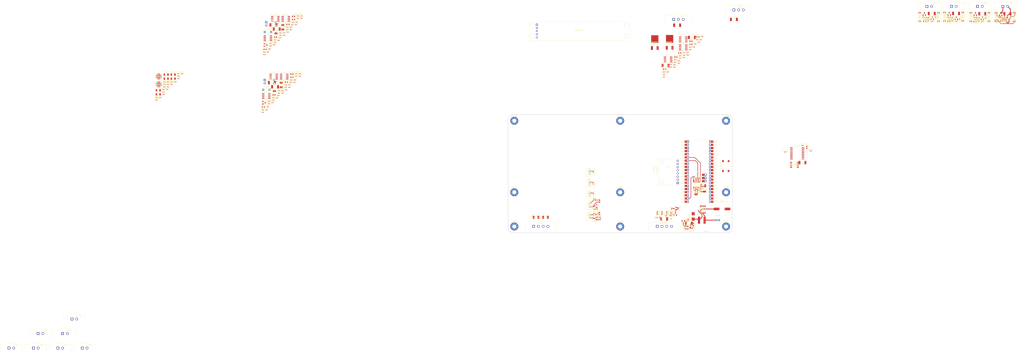
<source format=kicad_pcb>
(kicad_pcb (version 20211014) (generator pcbnew)
  (layers (0 "F.Cu" signal "Front") (31 "B.Cu" signal "Back") (34 "B.Paste" user) (35 "F.Paste" user) (36 "B.SilkS" user "B.Silkscreen") (37 "F.SilkS" user "F.Silkscreen") (38 "B.Mask" user) (39 "F.Mask" user) (44 "Edge.Cuts" user))
  (net 0 "")
  (net 1 "/SNS2/SNSX")
  (net 2 "Net-(C201-Pad2)")
  (net 3 "GND")
  (net 4 "Net-(C202-Pad2)")
  (net 5 "Net-(C203-Pad2)")
  (net 6 "Net-(C204-Pad2)")
  (net 7 "Net-(C205-Pad1)")
  (net 8 "Net-(C205-Pad2)")
  (net 9 "/SNS2/RST")
  (net 10 "Net-(C207-Pad1)")
  (net 11 "Net-(C207-Pad2)")
  (net 12 "/SNS01/SNSX")
  (net 13 "Net-(C301-Pad2)")
  (net 14 "Net-(C302-Pad2)")
  (net 15 "Net-(C303-Pad2)")
  (net 16 "Net-(C304-Pad2)")
  (net 17 "Net-(C305-Pad1)")
  (net 18 "Net-(C305-Pad2)")
  (net 19 "/SNS01/RST")
  (net 20 "Net-(C307-Pad1)")
  (net 21 "Net-(C307-Pad2)")
  (net 22 "Net-(C401-Pad2)")
  (net 23 "Net-(C402-Pad2)")
  (net 24 "Net-(C403-Pad2)")
  (net 25 "Net-(C404-Pad2)")
  (net 26 "Net-(C405-Pad1)")
  (net 27 "Net-(C406-Pad1)")
  (net 28 "Net-(C407-Pad2)")
  (net 29 "Net-(C408-Pad2)")
  (net 30 "Net-(C409-Pad2)")
  (net 31 "Net-(C410-Pad2)")
  (net 32 "5V0")
  (net 33 "/555 Coil/CO")
  (net 34 "/555 Coil/C1")
  (net 35 "P0-0")
  (net 36 "Net-(C601-Pad1)")
  (net 37 "Net-(C601-Pad2)")
  (net 38 "3V3")
  (net 39 "Net-(C603-Pad1)")
  (net 40 "Net-(C603-Pad2)")
  (net 41 "Net-(C604-Pad1)")
  (net 42 "Net-(C604-Pad2)")
  (net 43 "Net-(C605-Pad1)")
  (net 44 "Net-(C605-Pad2)")
  (net 45 "Net-(C607-Pad1)")
  (net 46 "Net-(C607-Pad2)")
  (net 47 "Net-(C608-Pad1)")
  (net 48 "Net-(C608-Pad2)")
  (net 49 "3V3_PI")
  (net 50 "P0-1")
  (net 51 "Net-(D201-Pad1)")
  (net 52 "Net-(D201-Pad2)")
  (net 53 "Net-(D202-Pad1)")
  (net 54 "Net-(D301-Pad1)")
  (net 55 "Net-(D301-Pad2)")
  (net 56 "Net-(D302-Pad1)")
  (net 57 "Net-(D403-Pad2)")
  (net 58 "Net-(D404-Pad2)")
  (net 59 "Net-(D501-Pad1)")
  (net 60 "/Switched outputs/Switched 01/SWITCHED NEG")
  (net 61 "/Switched outputs/Switched 01/SWITCHED POS")
  (net 62 "/Switched outputs/Switched 2/SWITCHED NEG")
  (net 63 "Net-(D901-Pad2)")
  (net 64 "/Switched outputs/Switched 2/SWITCHED POS")
  (net 65 "/Switched outputs/Switched 3/SWITCHED NEG")
  (net 66 "Net-(D1001-Pad2)")
  (net 67 "/Switched outputs/Switched 3/SWITCHED POS")
  (net 68 "/Switched outputs/Switched 4/SWITCHED NEG")
  (net 69 "/Switched outputs/Switched 4/SWITCHED POS")
  (net 70 "Net-(D1301-Pad2)")
  (net 71 "P0-2")
  (net 72 "Net-(D1601-Pad2)")
  (net 74 "/Current Sensor 01/SCL")
  (net 75 "/Current Sensor 01/SDA")
  (net 88 "/Current Sensor 01/420MA_N01A+")
  (net 89 "/Current Sensor 01/420MA_N02A+")
  (net 90 "/Current Sensor 01/420MA_N03B-")
  (net 91 "/Current Sensor 01/420MA_N04B-")
  (net 92 "/Current Sensor 01/420MA_N05B-")
  (net 93 "/Current Sensor 01/420MA_N06B-")
  (net 94 "/Current Sensor 01/420MA_N03A+")
  (net 95 "/Current Sensor 01/420MA_N04A+")
  (net 96 "/Current Sensor 01/420MA_N05A+")
  (net 97 "/Current Sensor 01/420MA_N06A+")
  (net 98 "Net-(JP201-Pad2)")
  (net 99 "Net-(JP202-Pad1)")
  (net 100 "Net-(JP203-Pad1)")
  (net 101 "Net-(JP301-Pad2)")
  (net 102 "Net-(JP302-Pad1)")
  (net 103 "Net-(JP303-Pad1)")
  (net 104 "RS485_B")
  (net 105 "Net-(Q201-Pad1)")
  (net 106 "Net-(Q301-Pad1)")
  (net 107 "Net-(Q901-Pad1)")
  (net 108 "Net-(Q902-Pad1)")
  (net 109 "Net-(Q1001-Pad1)")
  (net 110 "Net-(Q1002-Pad1)")
  (net 111 "/MCU/GP28")
  (net 112 "/GP06")
  (net 113 "Net-(R201-Pad2)")
  (net 114 "Net-(R203-Pad1)")
  (net 115 "Net-(R206-Pad1)")
  (net 116 "Net-(R207-Pad2)")
  (net 117 "Net-(R208-Pad1)")
  (net 118 "Net-(R213-Pad2)")
  (net 119 "Net-(R214-Pad2)")
  (net 120 "/SNS2/BUF")
  (net 121 "Net-(R218-Pad2)")
  (net 122 "Net-(R222-Pad2)")
  (net 123 "Net-(R224-Pad2)")
  (net 124 "Net-(R226-Pad2)")
  (net 125 "/Current Sensor 01/420MA_N01B-")
  (net 126 "/GP07")
  (net 127 "Net-(R301-Pad2)")
  (net 128 "Net-(R303-Pad1)")
  (net 129 "Net-(R306-Pad1)")
  (net 130 "Net-(R307-Pad2)")
  (net 131 "Net-(R308-Pad1)")
  (net 132 "Net-(R313-Pad2)")
  (net 133 "Net-(R314-Pad2)")
  (net 134 "/SNS01/BUF")
  (net 135 "Net-(R318-Pad2)")
  (net 136 "Net-(R322-Pad2)")
  (net 137 "Net-(R324-Pad2)")
  (net 138 "Net-(R326-Pad2)")
  (net 139 "/Current Sensor 01/420MA_N02B-")
  (net 140 "PO-2")
  (net 141 "Net-(R408-Pad2)")
  (net 142 "Net-(R409-Pad2)")
  (net 143 "Net-(R410-Pad1)")
  (net 144 "Net-(R411-Pad1)")
  (net 145 "/MCU/Ex_P4")
  (net 146 "/MCU/Ex_P0")
  (net 147 "/MCU/Ex_P5")
  (net 148 "Net-(R902-Pad2)")
  (net 149 "/MCU/Ex_P1")
  (net 150 "Net-(R906-Pad1)")
  (net 151 "/MCU/Ex_P6")
  (net 152 "Net-(R1002-Pad2)")
  (net 153 "/MCU/Ex_P2")
  (net 154 "Net-(R1006-Pad1)")
  (net 155 "/MCU/Ex_P7")
  (net 156 "/MCU/Ex_P3")
  (net 157 "/MCU/GP26")
  (net 158 "/MCU/GP27")
  (net 159 "/MCU/GP04")
  (net 160 "/MCU/GP14")
  (net 161 "/MCU/GP05")
  (net 162 "RS485_A")
  (net 163 "/MCU/GP15")
  (net 164 "/MCU/PICORUN")
  (net 165 "Net-(D801-Pad2)")
  (net 166 "Net-(D1101-Pad2)")
  (net 167 "Net-(D1301-Pad1)")
  (net 168 "Net-(D1302-Pad1)")
  (net 169 "Net-(D1302-Pad2)")
  (net 170 "Net-(D1501-Pad2)")
  (net 171 "Net-(D1502-Pad2)")
  (net 172 "Net-(D1604-Pad2)")
  (net 173 "Net-(D1605-Pad2)")
  (net 178 "Net-(JP1402-Pad2)")
  (net 183 "SPI1_TX")
  (net 184 "SPI1_CSN")
  (net 185 "SPI1_SCK")
  (net 186 "Net-(Q801-Pad1)")
  (net 187 "Net-(Q802-Pad1)")
  (net 188 "Net-(Q1101-Pad1)")
  (net 189 "Net-(Q1102-Pad1)")
  (net 190 "Net-(Q1301-Pad1)")
  (net 191 "Net-(Q1302-Pad1)")
  (net 192 "Net-(Q1501-Pad1)")
  (net 193 "Net-(Q1501-Pad3)")
  (net 194 "Net-(Q1502-Pad1)")
  (net 195 "Net-(Q1503-Pad1)")
  (net 196 "Net-(Q1503-Pad3)")
  (net 197 "Net-(R802-Pad2)")
  (net 198 "Net-(R806-Pad1)")
  (net 199 "Net-(R1102-Pad2)")
  (net 200 "Net-(R1106-Pad1)")
  (net 201 "Net-(R1401-Pad2)")
  (net 202 "Net-(R1402-Pad1)")
  (net 203 "Net-(JP1401-Pad1)")
  (net 204 "Net-(JP1403-Pad1)")
  (net 205 "Net-(R1506-Pad2)")
  (net 225 "Net-(J1301-Pad1)")
  (net 226 "Net-(J1302-Pad1)")
  (net 227 "Net-(J1303-Pad1)")
  (net 228 "Net-(J1304-Pad1)")
  (net 229 "Net-(J1305-Pad1)")
  (net 230 "Net-(R801-Pad2)")
  (net 231 "Net-(R901-Pad2)")
  (net 232 "Net-(R1001-Pad2)")
  (net 233 "Net-(R1101-Pad2)")
  (net 238 "Net-(R412-Pad1)")
  (net 239 "Net-(R413-Pad1)")
  (footprint "Footprints:MountingHole_3.2mm_M3_Pad_Via" (layer "F.Cu") (at 57.24 -73.9)
    (fp_text reference "H1204")
    (fp_text value "MountingHole_Pad")
  )
  (footprint "Footprints:SOIC-16W_7.5x10.3mm_P1.27mm" (layer "F.Cu") (at 284.33 -105.14)
    (fp_text reference "U1401")
    (fp_text value "PCF8574")
  )
  (footprint "PCB_Library:15EDGVM-3.81-02P-14-00A(H)" (layer "F.Cu") (at -297.75 27.915)
    (fp_text reference "J110")
    (fp_text value "TBP02R1W-381-02BE")
  )
  (footprint "Footprints:R_0402_1005Metric" (layer "F.Cu") (at 427.505 -212.705 180)
    (fp_text reference "R1007")
    (fp_text value "1.5k")
  )
  (footprint "Diode_SMD:D_MELF" (layer "F.Cu") (at 392.31 -217.57 180)
    (fp_text reference "D802")
    (fp_text value "SM4007")
  )
  (footprint "Footprints:C_0402_1005Metric" (layer "F.Cu") (at 185.75 -176.37)
    (fp_text reference "C411")
    (fp_text value "100nf")
  )
  (footprint "Package_TO_SOT_SMD:SOT-23" (layer "F.Cu") (at 122.2 -52.835 180)
    (fp_text reference "Q1301")
    (fp_text value "MMBT5551L")
  )
  (footprint "Footprints:R_0402_1005Metric" (layer "F.Cu") (at -120.49 -210.57)
    (fp_text reference "R222")
    (fp_text value "100k")
  )
  (footprint "Footprints:SolderJumper-2_P1.3mm_Open_RoundedPad1.0x1.5mm" (layer "F.Cu") (at -129.85 -158.39)
    (fp_text reference "JP302")
    (fp_text value "SolderJumper_2_Open")
  )
  (footprint "Package_TO_SOT_SMD:SOT-23" (layer "F.Cu") (at 186.49 -56.5 90)
    (fp_text reference "Q1503")
    (fp_text value "MMBT5551L")
  )
  (footprint "Footprints:R_01005_0402Metric" (layer "F.Cu") (at -133.52 -162.89)
    (fp_text reference "R326")
    (fp_text value "22k")
  )
  (footprint "Footprints:LED_0603_1608Metric" (layer "F.Cu") (at 125.7 -66.835 90)
    (fp_text reference "D1302")
    (fp_text value "LED RED")
  )
  (footprint "Footprints:SOIC-8_3.9x4.9mm_P1.27mm" (layer "F.Cu") (at -140.55 -197.74)
    (fp_text reference "U202")
    (fp_text value "MCP6002-xSN")
  )
  (footprint "Footprints:C_0402_1005Metric" (layer "F.Cu") (at -133.26 -149.66)
    (fp_text reference "C301")
    (fp_text value "1nf")
  )
  (footprint "Footprints:C_0402_1005Metric" (layer "F.Cu") (at -226.99 -150)
    (fp_text reference "C605")
    (fp_text value "100nf")
  )
  (footprint "Footprints:R_0402_1005Metric" (layer "F.Cu") (at -124.94 -206.63)
    (fp_text reference "R225")
    (fp_text value "22k")
  )
  (footprint "Footprints:R_0402_1005Metric" (layer "F.Cu") (at 205.595 -85.212 -90)
    (fp_text reference "R1405")
    (fp_text value "10k")
  )
  (footprint "Footprints:R_0402_1005Metric" (layer "F.Cu") (at -114.85 -167.18)
    (fp_text reference "R306")
    (fp_text value "10k")
  )
  (footprint "PCB_Library:RPi_Pico_SMD_TH" (layer "F.Cu") (at 205.5 -90.5)
    (fp_text reference "U1402")
    (fp_text value "Pico")
  )
  (footprint "Footprints:C_0402_1005Metric" (layer "F.Cu") (at -229.9 -148.01)
    (fp_text reference "C606")
    (fp_text value "100nf")
  )
  (footprint "Footprints:R_0402_1005Metric" (layer "F.Cu") (at -127.51 -200.05)
    (fp_text reference "R202")
    (fp_text value "10k")
  )
  (footprint "Footprints:C_Elec_10x10.2" (layer "F.Cu") (at 224 -60.5)
    (fp_text reference "C501")
    (fp_text value "470uF")
  )
  (footprint "Footprints:R_0603_1608Metric" (layer "F.Cu") (at 386.535 -211.33)
    (fp_text reference "R801")
    (fp_text value "150R")
  )
  (footprint "Footprints:C_0402_1005Metric" (layer "F.Cu") (at 193.29 -182.16)
    (fp_text reference "C410")
    (fp_text value "10nf")
  )
  (footprint "Footprints:R_0402_1005Metric" (layer "F.Cu") (at -220.63 -162.59)
    (fp_text reference "R604")
    (fp_text value "10R")
  )
  (footprint "Footprints:SOIC-8_3.9x4.9mm_P1.27mm" (layer "F.Cu") (at -135.9 -166.94)
    (fp_text reference "U303")
    (fp_text value "LM358")
  )
  (footprint "Footprints:R_0603_1608Metric" (layer "F.Cu") (at 199.05 -192.83)
    (fp_text reference "R409")
    (fp_text value "43k")
  )
  (footprint "Footprints:R_0402_1005Metric" (layer "F.Cu") (at -224.27 -154.58)
    (fp_text reference "R611")
    (fp_text value "10R")
  )
  (footprint "Package_TO_SOT_SMD:SOT-23" (layer "F.Cu") (at 452.93 -213.28 90)
    (fp_text reference "Q1102")
    (fp_text value "AO3401A")
  )
  (footprint "Footprints:C_0402_1005Metric" (layer "F.Cu") (at 206.87 -196.53)
    (fp_text reference "C414")
    (fp_text value "1nf")
  )
  (footprint "Footprints:R_0402_1005Metric" (layer "F.Cu") (at -223.54 -160.6)
    (fp_text reference "R603")
    (fp_text value "10R")
  )
  (footprint "Footprints:LED_0603_1608Metric" (layer "F.Cu") (at 429.345 -214.255 180)
    (fp_text reference "D1001")
    (fp_text value "LED RED")
  )
  (footprint "Footprints:R_0402_1005Metric" (layer "F.Cu") (at -134.87 -196.38)
    (fp_text reference "R209")
    (fp_text value "10k")
  )
  (footprint "Diode_SMD:D_MELF" (layer "F.Cu") (at -133.465 -205.11)
    (fp_text reference "D202")
    (fp_text value "SM4007")
  )
  (footprint "Diode_SMD:D_MELF" (layer "F.Cu") (at 411.86 -217.69 180)
    (fp_text reference "D902")
    (fp_text value "SM4007")
  )
  (footprint "Footprints:R_0402_1005Metric" (layer "F.Cu") (at 190.4 -181.63)
    (fp_text reference "R412")
    (fp_text value "2.4k")
  )
  (footprint "Footprints:SolderJumper-2_P1.3mm_Open_RoundedPad1.0x1.5mm" (layer "F.Cu") (at 203.095 -72.212)
    (fp_text reference "JP1402")
    (fp_text value "SolderJumper_2_Open")
  )
  (footprint "Footprints:D_SMB" (layer "F.Cu") (at 200.85 -54.5 90)
    (fp_text reference "D501")
    (fp_text value "D_Schottky")
  )
  (footprint "Footprints:MountingHole_3.2mm_M3_Pad_Via" (layer "F.Cu") (at 57.24 -131.4)
    (fp_text reference "H1201")
    (fp_text value "MountingHole_Pad")
  )
  (footprint "Footprints:R_0402_1005Metric" (layer "F.Cu") (at 179 -55)
    (fp_text reference "R1601")
    (fp_text value "22k")
  )
  (footprint "Footprints:C_Rect_L7.0mm_W2.0mm_P5.00mm" (layer "F.Cu") (at -143 -202.74)
    (fp_text reference "C206")
    (fp_text value "220nf")
  )
  (footprint "Diode_SMD:D_MELF" (layer "F.Cu") (at 177.5 -52.5 180)
    (fp_text reference "D1602")
    (fp_text value "SM4007")
  )
  (footprint "Footprints:R_0402_1005Metric" (layer "F.Cu") (at -113.57 -215.59)
    (fp_text reference "R201")
    (fp_text value "200R")
  )
  (footprint "Footprints:LED_0603_1608Metric" (layer "F.Cu") (at 449.51 -214.19 180)
    (fp_text reference "D1101")
    (fp_text value "LED RED")
  )
  (footprint "Package_TO_SOT_SMD:SOT-23" (layer "F.Cu") (at 197.41125 -45.4125)
    (fp_text reference "Q1502")
    (fp_text value "AO3401A")
  )
  (footprint "Footprints:R_0402_1005Metric" (layer "F.Cu") (at 429.845 -212.745)
    (fp_text reference "R1003")
    (fp_text value "10k")
  )
  (footprint "Footprints:R_0402_1005Metric" (layer "F.Cu") (at -130.42 -200.05)
    (fp_text reference "R212")
    (fp_text value "200R")
  )
  (footprint "PCB_Library:15EDGVM-3.81-02P-14-00A(H)" (layer "F.Cu") (at 408.095 -223.415)
    (fp_text reference "J701")
    (fp_text value "TBP02R1W-381-02BE")
  )
  (footprint "Diode_SMD:D_MELF" (layer "F.Cu") (at 199.805 -198.35)
    (fp_text reference "D402")
    (fp_text value "SM4007")
  )
  (footprint "Footprints:C_0402_1005Metric" (layer "F.Cu") (at 205 -59 -90)
    (fp_text reference "C502")
    (fp_text value "1uf")
  )
  (footprint "Footprints:C_0402_1005Metric" (layer "F.Cu") (at 201.39 -190.59)
    (fp_text reference "C409")
    (fp_text value "100nf")
  )
  (footprint "Footprints:R_0402_1005Metric" (layer "F.Cu") (at 186.35 -178.35)
    (fp_text reference "R417")
    (fp_text value "200R")
  )
  (footprint "Footprints:R_0402_1005Metric" (layer "F.Cu") (at 295.24 -107.16)
    (fp_text reference "R1401")
    (fp_text value "10k")
  )
  (footprint "Footprints:C_0402_1005Metric" (layer "F.Cu") (at 196.43 -186.14)
    (fp_text reference "C404")
    (fp_text value "10nf")
  )
  (footprint "Footprints:R_0402_1005Metric" (layer "F.Cu") (at 450.03 -212.76)
    (fp_text reference "R1103")
    (fp_text value "10k")
  )
  (footprint "Footprints:R_0402_1005Metric" (layer "F.Cu") (at 123.2 -60.335 180)
    (fp_text reference "R1308")
    (fp_text value "2.4k")
  )
  (footprint "Footprints:R_0402_1005Metric" (layer "F.Cu") (at -223.54 -162.59)
    (fp_text reference "R617")
    (fp_text value "10R")
  )
  (footprint "Footprints:R_0402_1005Metric" (layer "F.Cu") (at -139.71 -147.1)
    (fp_text reference "R316")
    (fp_text value "1M")
  )
  (footprint "Footprints:R_0402_1005Metric" (layer "F.Cu") (at -117.58 -210.57)
    (fp_text reference "R228")
    (fp_text value "47R")
  )
  (footprint "Footprints:SOIC127P599X175-8N" (layer "F.Cu") (at 180.665 -180.6975)
    (fp_text reference "U402")
    (fp_text value "NE555DR")
  )
  (footprint "Footprints:MountingHole_3.2mm_M3_Pad_Via" (layer "F.Cu") (at 142.24 -131.4)
    (fp_text reference "H1202")
    (fp_text value "MountingHole_Pad")
  )
  (footprint "Footprints:R_0402_1005Metric" (layer "F.Cu") (at -135.52 -192.4)
    (fp_text reference "R223")
    (fp_text value "100k")
  )
  (footprint "PCB_Library:15EDGVM-3.81-02P-14-00A(H)" (layer "F.Cu") (at -324.93 39.635)
    (fp_text reference "J107")
    (fp_text value "TBP02R1W-381-02BE")
  )
  (footprint "Footprints:R_0402_1005Metric" (layer "F.Cu") (at 446.86 -214.43 180)
    (fp_text reference "R1102")
    (fp_text value "2.4k")
  )
  (footprint "Footprints:SOIC-8_3.9x4.9mm_P1.27mm" (layer "F.Cu") (at -141.83 -151.32)
    (fp_text reference "U302")
    (fp_text value "MCP6002-xSN")
  )
  (footprint "Footprints:R_0402_1005Metric" (layer "F.Cu") (at 455.39 -214.65 -90)
    (fp_text reference "R1106")
    (fp_text value "10k")
  )
  (footprint "Diode_SMD:D_MELF" (layer "F.Cu") (at 197.41125 -48.9125)
    (fp_text reference "D1501")
    (fp_text value "SM4007")
  )
  (footprint "Diode_SMD:D_MELF" (layer "F.Cu") (at -137.365 -162.04)
    (fp_text reference "D301")
    (fp_text value "SM4007")
  )
  (footprint "PCB_Library:15EDGVM-3.81-02P-14-00A(H)" (layer "F.Cu") (at 388.425 -223.335)
    (fp_text reference "J702")
    (fp_text value "TBP02R1W-381-02BE")
  )
  (footprint "Package_TO_SOT_SMD:SOT-23" (layer "F.Cu") (at -143.61 -145.87)
    (fp_text reference "Q301")
    (fp_text value "AO3401A")
  )
  (footprint "Footprints:R_0402_1005Metric" (layer "F.Cu") (at 429.905 -211.515 180)
    (fp_text reference "R1005")
    (fp_text value "10k")
  )
  (footprint "Package_DIP:DIP-4_W7.62mm" (layer "F.Cu") (at -143.09 -164.13)
    (fp_text reference "U301")
    (fp_text value "PC817")
  )
  (footprint "Footprints:R_1206_3216Metric" (layer "F.Cu") (at -228.53 -155.92)
    (fp_text reference "R618")
    (fp_text value "20R")
  )
  (footprint "Footprints:R_0402_1005Metric" (layer "F.Cu") (at -128.79 -153.63)
    (fp_text reference "R302")
    (fp_text value "10k")
  )
  (footprint "Footprints:R_0402_1005Metric" (layer "F.Cu") (at 435.545 -214.045 -90)
    (fp_text reference "R1006")
    (fp_text value "10k")
  )
  (footprint "Footprints:C_0603_1608Metric" (layer "F.Cu") (at -135.6 -152.21)
    (fp_text reference "C307")
    (fp_text value "470pf")
  )
  (footprint "Footprints:R_0603_1608Metric" (layer "F.Cu") (at -142.77 -188.81)
    (fp_text reference "R227")
    (fp_text value "100R")
  )
  (footprint "Footprints:R_0402_1005Metric" (layer "F.Cu") (at 120.7 -90.335 -90)
    (fp_text reference "R1310")
    (fp_text value "2.4k")
  )
  (footprint "PCB_Library:SOIC127P600X175-8N" (layer "F.Cu") (at 282.125 -95.94)
    (fp_text reference "IC1401")
    (fp_text value "MB85RC64VPNF-G-JNERE1" hide)
  )
  (footprint "Footprints:L_6.0x6.0_4.5" (layer "F.Cu") (at 207.85 -51.5)
    (fp_text reference "L501")
    (fp_text value "68uH")
  )
  (footprint "Footprints:R_0402_1005Metric" (layer "F.Cu") (at -130.86 -198.06)
    (fp_text reference "R205")
    (fp_text value "10k")
  )
  (footprint "Footprints:R_0402_1005Metric" (layer "F.Cu") (at 389.41 -212.9)
    (fp_text reference "R803")
    (fp_text value "10k")
  )
  (footprint "Footprints:R_0402_1005Metric" (layer "F.Cu") (at 387.27 -212.89 180)
    (fp_text reference "R807")
    (fp_text value "1.5k")
  )
  (footprint "PCB_Library:EL3H7BTA-VG" (layer "F.Cu") (at 443.9525 -214.71 90)
    (fp_text reference "U1101")
    (fp_text value "EL3H7BTA-VG")
  )
  (footprint "Footprints:C_0402_1005Metric" (layer "F.Cu") (at -214.83 -162.6)
    (fp_text reference "C601")
    (fp_text value "100nf")
  )
  (footprint "PCB_Library:15EDGVM-3.81-02P-14-00A(H)" (layer "F.Cu") (at -309.13 51.335)
    (fp_text reference "J103")
    (fp_text value "TBP02R1W-381-02BE")
  )
  (footprint "Footprints:LED_0603_1608Metric" (layer "F.Cu") (at 200.91125 -48.2 -90)
    (fp_text reference "D1502")
    (fp_text value "LED RED")
  )
  (footprint "Footprints:R_0402_1005Metric" (layer "F.Cu") (at 125.69 -53.835)
    (fp_text reference "R1301")
    (fp_text value "10k")
  )
  (footprint "Footprints:C_0603_1608Metric" (layer "F.Cu") (at -119.94 -215.33)
    (fp_text reference "C205")
    (fp_text value "470pf")
  )
  (footprint "PCB_Library:15EDGVM-3.81-03P-14-00A(H)" (layer "F.Cu") (at 233.47 -220.495)
    (fp_text reference "J105")
    (fp_text value "TBP02R1W-381-03BE")
  )
  (footprint "Footprints:R_0402_1005Metric" (layer "F.Cu") (at -128.79 -155.62)
    (fp_text reference "R324")
    (fp_text value "10k")
  )
  (footprint "PCB_Library:EL3H7BTA-VG" (layer "F.Cu") (at 402.5725 -215.0661 90)
    (fp_text reference "U901")
    (fp_text value "EL3H7BTA-VG")
  )
  (footprint "Jumper:SolderJumper-2_P1.3mm_Bridged_RoundedPad1.0x1.5mm" (layer "F.Cu") (at 210 -74.5)
    (fp_text reference "JP1403")
    (fp_text value "SolderJumper_2_Bridged")
  )
  (footprint "Footprints:R_0402_1005Metric" (layer "F.Cu") (at -143.32 -184.57)
    (fp_text reference "R217")
    (fp_text value "6.8k")
  )
  (footprint "Footprints:R_0603_1608Metric" (layer "F.Cu") (at -124.39 -208.88)
    (fp_text reference "R220")
    (fp_text value "150R")
  )
  (footprint "Footprints:R_0402_1005Metric" (layer "F.Cu") (at 206.095 -75.712)
    (fp_text reference "R1406")
    (fp_text value "22k")
  )
  (footprint "Footprints:R_0402_1005Metric" (layer "F.Cu") (at -139.71 -145.11)
    (fp_text reference "R308")
    (fp_text value "1.2k")
  )
  (footprint "Footprints:C_Radial_D5.0mm_H11.0mm_P2.00mm" (layer "F.Cu") (at 219.5 -51.5)
    (fp_text reference "C503")
    (fp_text value "180uF")
  )
  (footprint "Footprints:R_0402_1005Metric" (layer "F.Cu") (at 395.31 -214.8 -90)
    (fp_text reference "R806")
    (fp_text value "10k")
  )
  (footprint "Footprints:C_0402_1005Metric" (layer "F.Cu") (at 189.24 -177.68)
    (fp_text reference "C406")
    (fp_text value "10nf")
  )
  (footprint "Footprints:SOIC-8_3.9x4.9mm_P1.27mm" (layer "F.Cu") (at -126.17 -213.36)
    (fp_text reference "U204")
    (fp_text value "MCP6002-xSN")
  )
  (footprint "Footprints:C_Rect_L7.0mm_W2.0mm_P5.00mm" (layer "F.Cu") (at -144.28 -156.32)
    (fp_text reference "C306")
    (fp_text value "220nf")
  )
  (footprint "PCB_Library:SHDR2W50P0X200_1X2_590X450X600P" (layer "F.Cu") (at 117.7 -81.96 90)
    (fp_text reference "J1303")
    (fp_text value "B2B-PH-K-S_LF__SN_" hide)
  )
  (footprint "Footprints:R_0402_1005Metric" (layer "F.Cu") (at 200.41125 -45.4125 -90)
    (fp_text reference "R1505")
    (fp_text value "10k")
  )
  (footprint "Footprints:C_0402_1005Metric" (layer "F.Cu") (at -221.38 -156.63)
    (fp_text reference "C603")
    (fp_text value "100nf")
  )
  (footprint "Footprints:R_0402_1005Metric" (layer "F.Cu") (at 120.7 -67.845 -90)
    (fp_text reference "R1311")
    (fp_text value "2.4k")
  )
  (footprint "Footprints:SOIC127P600X175-8N" (layer "F.Cu") (at 208.5 -60 90)
    (fp_text reference "IC501")
    (fp_text value "XL1509-5.0E1" hide)
  )
  (footprint "PCB_Library:NJVMJD122T4GVF01" (layer "F.Cu") (at 170.005 -195.4175)
    (fp_text reference "Q402")
    (fp_text value "NJVMJD122T4G-VF01" hide)
  )
  (footprint "Footprints:R_0402_1005Metric" (layer "F.Cu") (at -217.72 -160.6)
    (fp_text reference "R607")
    (fp_text value "10R")
  )
  (footprint "Diode_SMD:D_MELF" (layer "F.Cu") (at 178.685 -175.8)
    (fp_text reference "D401")
    (fp_text value "SM4007")
  )
  (footprint "PCB_Library:15EDGVM-3.81-02P-14-00A(H)" (layer "F.Cu") (at -348.33 51.305)
    (fp_text reference "J101")
    (fp_text value "TBP02R1W-381-02BE")
  )
  (footprint "Footprints:R_0402_1005Metric" (layer "F.Cu") (at 202.51 -193.09)
    (fp_text reference "R407")
    (fp_text value "470k")
  )
  (footprint "Footprints:R_1206_3216Metric" (layer "F.Cu") (at -228.53 -152.63)
    (fp_text reference "R601")
    (fp_text value "20R")
  )
  (footprint "PCB_Library:SHDR2W50P0X200_1X2_590X450X600P" (layer "F.Cu") (at 117.75 -90.835 90)
    (fp_text reference "J1304")
    (fp_text value "B2B-PH-K-S_LF__SN_" hide)
  )
  (footprint "Footprints:R_0402_1005Metric" (layer "F.Cu") (at 120.7 -56.335 -90)
    (fp_text reference "R1305")
    (fp_text value "2.4k")
  )
  (footprint "Footprints:R_0402_1005Metric" (layer "F.Cu") (at -141.69 -140.14)
    (fp_text reference "R318")
    (fp_text value "22k")
  )
  (footprint "Footprints:R_0402_1005Metric" (layer "F.Cu") (at 408.87 -212.96)
    (fp_text reference "R903")
    (fp_text value "10k")
  )
  (footprint "Footprints:R_0402_1005Metric" (layer "F.Cu") (at 452.93 -210.63)
    (fp_text reference "R1104")
    (fp_text value "2.4k")
  )
  (footprint "Footprints:SolderJumper-2_P1.3mm_Open_RoundedPad1.0x1.5mm" (layer "F.Cu") (at -128.57 -204.81)
    (fp_text reference "JP202")
    (fp_text value "SolderJumper_2_Open")
  )
  (footprint "Footprints:R_0402_1005Metric" (layer "F.Cu") (at -131.7 -153.63)
    (fp_text reference "R312")
    (fp_text value "200R")
  )
  (footprint "Footprints:R_0402_1005Metric" (layer "F.Cu") (at 207 -74.5 180)
    (fp_text reference "R1409")
    (fp_text value "10k")
  )
  (footprint "Footprints:SOT-23" (layer "F.Cu") (at 447.64 -217.04 90)
    (fp_text reference "Q1101")
    (fp_text value "AO3400A")
  )
  (footprint "Footprints:R_0402_1005Metric" (layer "F.Cu") (at 121.2 -60.335)
    (fp_text reference "R1307")
    (fp_text value "10k")
  )
  (footprint "Footprints:R_0402_1005Metric" (layer "F.Cu") (at -136.15 -149.96)
    (fp_text reference "R309")
    (fp_text value "10k")
  )
  (footprint "PCB_Library:GY-521" (layer "F.Cu") (at 189.66175 -79.61575 90)
    (fp_text reference "MOD1401")
    (fp_text value "GY-521")
    (fp_circle (center 2.54 -13.97) (end 4.039997 -13.97) (layer "Edge.Cuts") (width 0.12) (fill none))
    (fp_circle (center 18.796 -13.97) (end 20.295997 -13.97) (layer "Edge.Cuts") (width 0.12) (fill none))
  )
  (footprint "Footprints:R_0603_1608Metric" (layer "F.Cu") (at 204.53 -198.77)
    (fp_text reference "R405")
    (fp_text value "43k")
  )
  (footprint "Footprints:R_0402_1005Metric" (layer "F.Cu") (at -220.63 -160.6)
    (fp_text reference "R608")
    (fp_text value "10R")
  )
  (footprint "Footprints:R_0402_1005Metric" (layer "F.Cu") (at -136.8 -145.98)
    (fp_text reference "R323")
    (fp_text value "100k")
  )
  (footprint "Footprints:R_0402_1005Metric" (layer "F.Cu") (at -224.27 -156.57)
    (fp_text reference "R602")
    (fp_text value "10R")
  )
  (footprint "Footprints:C_0402_1005Metric" (layer "F.Cu") (at 205.4 -194.54)
    (fp_text reference "C412")
    (fp_text value "100nf")
  )
  (footprint "Footprints:R_0402_1005Metric" (layer "F.Cu") (at 125.69 -51.835)
    (fp_text reference "R1303")
    (fp_text value "2.4k")
  )
  (footprint "Footprints:R_0402_1005Metric" (layer "F.Cu") (at -120.93 -208.58)
    (fp_text reference "R210")
    (fp_text value "10k")
  )
  (footprint "Footprints:R_0402_1005Metric" (layer "F.Cu") (at 198.5 -190.58)
    (fp_text reference "R402")
    (fp_text value "4.7k")
  )
  (footprint "Footprints:R_0402_1005Metric" (layer "F.Cu") (at 405.59 -214.7 180)
    (fp_text reference "R902")
    (fp_text value "2.4k")
  )
  (footprint "Footprints:R_0402_1005Metric" (layer "F.Cu") (at -122.21 -162.16)
    (fp_text reference "R310")
    (fp_text value "10k")
  )
  (footprint "Footprints:R_0603_1608Metric" (layer "F.Cu") (at 446.73 -211.4 180)
    (fp_text reference "R1101")
    (fp_text value "150R")
  )
  (footprint "Footprints:R_0402_1005Metric" (layer "F.Cu") (at 120.7 -72.835 -90)
    (fp_text reference "R1302")
    (fp_text value "2.4k")
  )
  (footprint "Footprints:R_0402_1005Metric" (layer "F.Cu") (at -217.72 -162.59)
    (fp_text reference "R616")
    (fp_text value "10R")
  )
  (footprint "Footprints:R_0603_1608Metric" (layer "F.Cu") (at -144.05 -142.39)
    (fp_text reference "R327")
    (fp_text value "100R")
  )
  (footprint "Footprints:R_0603_1608Metric" (layer "F.Cu") (at -125.67 -162.46)
    (fp_text reference "R320")
    (fp_text value "150R")
  )
  (footprint "Footprints:C_0402_1005Metric" (layer "F.Cu") (at 288.5 -111.5)
    (fp_text reference "C1401")
    (fp_text value "100nF")
  )
  (footprint "Footprints:SolderJumper-2_P1.3mm_Open_RoundedPad1.0x1.5mm" (layer "F.Cu") (at 80.405 -53.825 90)
    (fp_text reference "JP103")
    (fp_text value "SolderJumper_2_Open")
  )
  (footprint "PCB_Library:SHDR2W50P0X200_1X2_590X450X600P" (layer "F.Cu") (at 117.75 -55.335 90)
    (fp_text reference "J1302")
    (fp_text value "B2B-PH-K-S_LF__SN_" hide)
  )
  (footprint "Footprints:R_0402_1005Metric" (layer "F.Cu") (at 274.74 -106.3)
    (fp_text reference "R1402")
    (fp_text value "2.4k")
  )
  (footprint "Footprints:R_0402_1005Metric" (layer "F.Cu") (at -116.48 -215.59)
    (fp_text reference "R207")
    (fp_text value "10k")
  )
  (footprint "Footprints:SolderJumper-2_P1.3mm_Open_RoundedPad1.0x1.5mm" (layer "F.Cu") (at -134.05 -201.66)
    (fp_text reference "JP201")
    (fp_text value "SolderJumper_2_Open")
  )
  (footprint "Footprints:SOIC127P599X175-8N" (layer "F.Cu") (at 192.815 -190.3475)
    (fp_text reference "U401")
    (fp_text value "NE555DR")
  )
  (footprint "Footprints:R_0402_1005Metric" (layer "F.Cu") (at -138.43 -193.52)
    (fp_text reference "R216")
    (fp_text value "1M")
  )
  (footprint "PCB_Library:15EDGVM-3.81-02P-14-00A(H)" (layer "F.Cu") (at -305.33 39.635)
    (fp_text reference "J102")
    (fp_text value "TBP02R1W-381-02BE")
  )
  (footprint "Footprints:R_1206_3216Metric" (layer "F.Cu") (at -222.19 -165.23)
    (fp_text reference "R605")
    (fp_text value "20R")
  )
  (footprint "Footprints:SolderJumper-2_P1.3mm_Open_RoundedPad1.0x1.5mm" (layer "F.Cu") (at 76.595 -53.825 90)
    (fp_text reference "JP102")
    (fp_text value "SolderJumper_2_Open")
  )
  (footprint "Package_TO_SOT_SMD:SOT-23" (layer "F.Cu") (at -142.33 -192.29)
    (fp_text reference "Q201")
    (fp_text value "AO3401A")
  )
  (footprint "Footprints:R_0402_1005Metric" (layer "F.Cu") (at -118.86 -164.15)
    (fp_text reference "R328")
    (fp_text value "47R")
  )
  (footprint "Footprints:SOT-23" (layer "F.Cu") (at 427.375 -217.155 90)
    (fp_text reference "Q1001")
    (fp_text value "AO3400A")
  )
  (footprint "PCB_Library:EL3H7BTA-VG" (layer "F.Cu") (at 438.2125 -214.7989 -90)
    (fp_text reference "U1002")
    (fp_text value "EL3H7BTA-VG")
  )
  (footprint "Footprints:R_0402_1005Metric" (layer "F.Cu") (at -138.43 -191.53)
    (fp_text reference "R208")
    (fp_text value "1.2k")
  )
  (footprint "Footprints:R_0402_1005Metric" (layer "F.Cu") (at -131.7 -155.62)
    (fp_text reference "R304")
    (fp_text value "220k")
  )
  (footprint "Footprints:C_0402_1005Metric" (layer "F.Cu") (at -125.9 -156.22)
    (fp_text reference "C302")
    (fp_text value "1nf")
  )
  (footprint "Package_TO_SOT_SMD:SOT-23" (layer "F.Cu") (at 412.12 -213.78 90)
    (fp_text reference "Q902")
    (fp_text value "AO3401A")
  )
  (footprint "Footprints:R_0402_1005Metric" (layer "F.Cu") (at 202.095 -75.712)
    (fp_text reference "R1407")
    (fp_text value "22k")
  )
  (footprint "Footprints:R_0402_1005Metric" (layer "F.Cu") (at 203.595 -85.212 -90)
    (fp_text reference "R1404")
    (fp_text value "10k")
  )
  (footprint "Footprints:C_0603_1608Metric" (layer "F.Cu") (at 292 -110 -90)
    (fp_text reference "C1403")
    (fp_text value "10uf")
  )
  (footprint "Footprints:R_0402_1005Metric" (layer "F.Cu") (at 171.5 -53.5)
    (fp_text reference "R1603")
    (fp_text value "22k")
  )
  (footprint "Footprints:LED_0603_1608Metric" (layer "F.Cu") (at 408.2875 -214.44 180)
    (fp_text reference "D901")
    (fp_text value "LED RED")
  )
  (footprint "Footprints:SOIC-8_3.9x4.9mm_P1.27mm" (layer "F.Cu") (at -134.62 -213.36)
    (fp_text reference "U203")
    (fp_text value "LM358")
  )
  (footprint "Footprints:C_0402_1005Metric" (layer "F.Cu") (at 207.97 -199.04)
    (fp_text reference "C401")
    (fp_text value "100nf")
  )
  (footprint "Footprints:R_0402_1005Metric" (layer "F.Cu") (at 182.49 -55)
    (fp_text reference "R1506")
    (fp_text value "22k")
  )
  (footprint "Footprints:MountingHole_3.2mm_M3_Pad_Via" (layer "F.Cu") (at 142.24 -73.9)
    (fp_text reference "H1205")
    (fp_text value "MountingHole_Pad")
  )
  (footprint "Footprints:R_0402_1005Metric" (layer "F.Cu") (at 389.4 -211.66 180)
    (fp_text reference "R805")
    (fp_text value "10k")
  )
  (footprint "Footprints:C_0402_1005Metric" (layer "F.Cu") (at 196.43 -184.17)
    (fp_text reference "C402")
    (fp_text value "10nf")
  )
  (footprint "Footprints:R_0402_1005Metric" (layer "F.Cu") (at -139.31 -189.07)
    (fp_text reference "R221")
    (fp_text value "10k")
  )
  (footprint "Diode_SMD:D_MELF" (layer "F.Cu") (at 453.1 -217.37 180)
    (fp_text reference "D1102")
    (fp_text value "SM4007")
  )
  (footprint "Footprints:R_0402_1005Metric" (layer "F.Cu") (at 120.7 -80.835 -90)
    (fp_text reference "R1306")
    (fp_text value "1.2k")
  )
  (footprint "Footprints:R_0402_1005Metric" (layer "F.Cu") (at -121.77 -164.15)
    (fp_text reference "R322")
    (fp_text value "100k")
  )
  (footprint "Package_DIP:DIP-4_W7.62mm" (layer "F.Cu") (at -141.81 -210.55)
    (fp_text reference "U201")
    (fp_text value "PC817")
  )
  (footprint "Footprints:C_0402_1005Metric" (layer "F.Cu") (at -224.29 -152.6)
    (fp_text reference "C602")
    (fp_text value "100nf")
  )
  (footprint "Footprints:R_0402_1005Metric" (layer "F.Cu") (at -229.88 -149.99)
    (fp_text reference "R606")
    (fp_text value "10R")
  )
  (footprint "Footprints:R_0402_1005Metric" (layer "F.Cu") (at -134.87 -194.39)
    (fp_text reference "R203")
    (fp_text value "10k")
  )
  (footprint "Footprints:LED_0603_1608Metric" (layer "F.Cu") (at 388.82 -214.39 180)
    (fp_text reference "D801")
    (fp_text value "LED RED")
  )
  (footprint "PCB_Library:EL3H7BTA-VG" (layer "F.Cu") (at 397.7575 -214.7539 -90)
    (fp_text reference "U802")
    (fp_text value "EL3H7BTA-VG")
  )
  (footprint "Footprints:R_0402_1005Metric" (layer "F.Cu") (at -126.22 -158.22)
    (fp_text reference "R313")
    (fp_text value "100k")
  )
  (footprint "Footprints:R_0402_1005Metric" (layer "F.Cu") (at 385.68 -214.64 180)
    (fp_text reference "R802")
    (fp_text value "2.4k")
  )
  (footprint "Footprints:R_0402_1005Metric" (layer "F.Cu") (at 201.095 -85.212 -90)
    (fp_text reference "R1403")
    (fp_text value "10k")
  )
  (footprint "Footprints:R_0402_1005Metric" (layer "F.Cu") (at 412.17 -211.1)
    (fp_text reference "R904")
    (fp_text value "2.4k")
  )
  (footprint "Footprints:SOT-23" (layer "F.Cu") (at 406.36 -217.37 90)
    (fp_text reference "Q901")
    (fp_text value "AO3400A")
  )
  (footprint "Footprints:R_0402_1005Metric" (layer "F.Cu") (at 448 -212.76 180)
    (fp_text reference "R1107")
    (fp_text value "1.5k")
  )
  (footprint "Footprints:R_0402_1005Metric" (layer "F.Cu") (at -144.6 -140.14)
    (fp_text reference "R315")
    (fp_text value "220k")
  )
  (footprint "Footprints:SOIC-8_3.9x4.9mm_P1.27mm" (layer "F.Cu") (at -127.45 -166.94)
    (fp_text reference "U304")
    (fp_text value "MCP6002-xSN")
  )
  (footprint "Footprints:C_0402_1005Metric" (layer "F.Cu") (at -131.98 -196.08)
    (fp_text reference "C201")
    (fp_text value "1nf")
  )
  (footprint "Footprints:C_0402_1005Metric" (layer "F.Cu") (at 185.75 -174.4)
    (fp_text reference "C405")
    (fp_text value "10nf")
  )
  (footprint "Diode_SMD:D_MELF" (layer "F.Cu") (at -134.745 -158.69)
    (fp_text reference "D302")
    (fp_text value "SM4007")
  )
  (footprint "Footprints:R_0402_1005Metric" (layer "F.Cu") (at -113.57 -213.6)
    (fp_text reference "R206")
    (fp_text value "10k")
  )
  (footprint "Footprints:MountingHole_3.2mm_M3_Pad_Via" (layer "F.Cu") (at 227.24 -131.4)
    (fp_text reference "H1203")
    (fp_text value "MountingHole_Pad")
  )
  (footprint "PCB_Library:NJVMJD122T4GVF01" (layer "F.Cu") (at 181.91 -195.61)
    (fp_text reference "Q401")
    (fp_text value "NJVMJD122T4G-VF01" hide)
  )
  (footprint "Footprints:SolderJumper-2_P1.3mm_Open_RoundedPad1.0x1.5mm" (layer "F.Cu") (at 72.785 -53.825 90)
    (fp_text reference "JP101")
    (fp_text value "SolderJumper_2_Open")
  )
  (footprint "Footprints:R_1206_3216Metric" (layer "F.Cu") (at -216.58 -168.52)
    (fp_text reference "R609")
    (fp_text value "20R")
  )
  (footprint "Footprints:LED_0603_1608Metric" (layer "F.Cu") (at 172 -57.2125 -90)
    (fp_text reference "D1605")
    (fp_text value "LED RED")
  )
  (footprint "Footprints:SOIC127P600X175-8N 2" (layer "F.Cu") (at 203.095 -80.212 -90)
    (fp_text reference "U1403")
    (fp_text value "MAX3485" hide)
  )
  (footprint "Footprints:C_0402_1005Metric" (layer "F.Cu") (at -123.33 -158.19)
    (fp_text reference "C304")
    (fp_text value "10nf")
  )
  (footprint "Footprints:SolderJumper-2_P1.3mm_Open_RoundedPad1.0x1.5mm" (layer "F.Cu") (at -135.33 -155.24)
    (fp_text reference "JP301")
    (fp_text value "SolderJumper_2_Open")
  )
  (footprint "Footprints:R_0603_1608Metric" (layer "F.Cu") (at 406.03 -211.45 180)
    (fp_text reference "R901")
    (fp_text value "150R")
  )
  (footprint "Diode_SMD:D_MELF" (layer "F.Cu") (at 288.5 -97.74)
    (fp_text reference "D1501")
    (fp_text value "SM4007")
  )
  (footprint "Footprints:R_01005_0402Metric" (layer "F.Cu") (at -132.24 -209.31)
    (fp_text reference "R226")
    (fp_text value "22k")
  )
  (footprint "Footprints:R_0402_1005Metric" (layer "F.Cu") (at 183.48 -56.5 180)
    (fp_text reference "R1508")
    (fp_text value "2.4k")
  )
  (footprint "Footprints:R_0402_1005Metric" (layer "F.Cu") (at 193.91125 -46.9125 180)
    (fp_text reference "R1504")
    (fp_text value "10k")
  )
  (footprint "Footprints:MountingHole_3.2mm_M3_Pad_Via" (layer "F.Cu") (at 142.24 -46.4)
    (fp_text reference "H1209")
    (fp_text value "MountingHole_Pad")
  )
  (footprint "Footprints:R_0402_1005Metric" (layer "F.Cu") (at -143.32 -186.56)
    (fp_text reference "R215")
    (fp_text value "220k")
  )
  (footprint "Package_TO_SOT_SMD:SOT-23" (layer "F.Cu") (at 122.2 -62.835 180)
    (fp_text reference "Q1302")
    (fp_text value "MMBT5551L")
  )
  (footprint "Footprints:R_0402_1005Metric" (layer "F.Cu") (at 194.41125 -44.9225 90)
    (fp_text reference "R1503")
    (fp_text value "2.4k")
  )
  (footprint "Footprints:R_0402_1005Metric" (layer "F.Cu") (at 122.2 -67.845 90)
    (fp_text reference "R1309")
    (fp_text value "10k")
  )
  (footprint "Diode_SMD:D_MELF" (layer "F.Cu") (at 233.47 -212.875008)
    (fp_text reference "D101")
    (fp_text value "SM4007")
  )
  (footprint "Footprints:R_0603_1608Metric" (layer "F.Cu") (at -121.22 -166.4)
    (fp_text reference "R311")
    (fp_text value "150R")
  )
  (footprint "Footprints:R_0402_1005Metric" (layer "F.Cu") (at -140.59 -142.65)
    (fp_text reference "R321")
    (fp_text value "10k")
  )
  (footprint "Footprints:SW_SPST_PTS645" (layer "F.Cu") (at 227 -95 90)
    (fp_text reference "SW1401")
    (fp_text value "SW_MEC_5E")
  )
  (footprint "PCB_Library:EL3H7BTA-VG" (layer "F.Cu") (at 458.45 -214.85 -90)
    (fp_text reference "U1102")
    (fp_text value "EL3H7BTA-VG")
  )
  (footprint "PCB_Library:EL3H7BTA-VG" (layer "F.Cu") (at 382.7 -214.86 90)
    (fp_text reference "U801")
    (fp_text value "EL3H7BTA-VG")
  )
  (footprint "PCB_Library:SHDR2W50P0X200_1X2_590X450X600P" (layer "F.Cu") (at 117.75 -73.085 90)
    (fp_text reference "J1301")
    (fp_text value "B2B-PH-K-S_LF__SN_" hide)
  )
  (footprint "PCB_Library:15EDGVM-3.81-02P-14-00A(H)" (layer "F.Cu") (at -289.53 51.335)
    (fp_text reference "J108")
    (fp_text value "TBP02R1W-381-02BE")
  )
  (footprint "Footprints:LED_0603_1608Metric" (layer "F.Cu") (at 125.7 -56.835 90)
    (fp_text reference "D1301")
    (fp_text value "LED RED")
  )
  (footprint "Footprints:R_0402_1005Metric" (layer "F.Cu") (at 122.2 -56.345 90)
    (fp_text reference "R1304")
    (fp_text value "10k")
  )
  (footprint "Footprints:R_0402_1005Metric" (layer "F.Cu") (at 177.38 -170.62)
    (fp_text reference "R413")
    (fp_text value "2.4k")
  )
  (footprint "Footprints:R_0402_1005Metric" (layer "F.Cu") (at -212.32 -169.17)
    (fp_text reference "R615")
    (fp_text value "10R")
  )
  (footprint "Jumper:SolderJumper-2_P1.3mm_Bridged_RoundedPad1.0x1.5mm" (layer "F.Cu") (at 210.5 -79.15 90)
    (fp_text reference "JP1401")
    (fp_text value "SolderJumper_2_Bridged")
  )
  (footprint "Footprints:R_0402_1005Metric" (layer "F.Cu") (at 408.85 -211.69 180)
    (fp_text reference "R905")
    (fp_text value "10k")
  )
  (footprint "Footprints:C_0402_1005Metric" (layer "F.Cu") (at -119.32 -162.17)
    (fp_text reference "C303")
    (fp_text value "10nf")
  )
  (footprint "Footprints:MountingHole_3.2mm_M3_Pad_Via" (layer "F.Cu") (at 227.24 -73.9)
    (fp_text reference "H1206")
    (fp_text value "MountingHole_Pad")
  )
  (footprint "Footprints:R_0402_1005Metric" (layer "F.Cu") (at 207.595 -78.712 180)
    (fp_text reference "R1408")
    (fp_text value "10k")
  )
  (footprint "Footprints:R_0402_1005Metric" (layer "F.Cu") (at -116.48 -213.6)
    (fp_text reference "R214")
    (fp_text value "220k")
  )
  (footprint "Diode_SMD:D_MELF" (layer "F.Cu") (at 187.95 -208.195008)
    (fp_text reference "D102")
    (fp_text value "SM4007")
  )
  (footprint "Footprints:C_0402_1005Metric" (layer "F.Cu") (at 189.24 -179.65)
    (fp_text reference "C403")
    (fp_text value "10nf")
  )
  (footprint "Footprints:C_0402_1005Metric" (layer "F.Cu") (at -118.04 -208.59)
    (fp_text reference "C203")
    (fp_text value "10nf")
  )
  (footprint "Footprints:R_0402_1005Metric" (layer "F.Cu") (at -140.41 -186.56)
    (fp_text reference "R218")
    (fp_text value "22k")
  )
  (footprint "Footprints:R_0402_1005Metric" (layer "F.Cu") (at -223.54 -158.61)
    (fp_text reference "R613")
    (fp_text value "10R")
  )
  (footprint "PCB_Library:SHDR2W50P0X200_1X2_590X450X600P" (layer "F.Cu") (at 117.75 -64.21 90)
    (fp_text reference "J1305")
    (fp_text value "B2B-PH-K-S_LF__SN_" hide)
  )
  (footprint "Footprints:R_0402_1005Metric" (layer "F.Cu") (at -126.22 -160.21)
    (fp_text reference "R325")
    (fp_text value "22k")
  )
  (footprint "Footprints:R_0402_1005Metric" (layer "F.Cu") (at 203.98 -196.52)
    (fp_text reference "R411")
    (fp_text value "10k")
  )
  (footprint "Footprints:R_0603_1608Metric" (layer "F.Cu") (at 177.93 -172.87)
    (fp_text reference "R408")
    (fp_text value "43k")
  )
  (footprint "Footprints:C_0402_1005Metric" (layer "F.Cu") (at 198.48 -188.6)
    (fp_text reference "C413")
    (fp_text value "1nf")
  )
  (footprint "Footprints:C_0603_1608Metric" (layer "F.Cu") (at -134.32 -198.63)
    (fp_text reference "C207")
    (fp_text value "470pf")
  )
  (footprint "Footprints:R_0402_1005Metric" (layer "F.Cu") (at 196.41125 -50.9125)
    (fp_text reference "R1502")
    (fp_text value "2.4k")
  )
  (footprint "Package_TO_SOT_SMD:SOT-23" (layer "F.Cu") (at 433.015 -213.665 90)
    (fp_text reference "Q1002")
    (fp_text value "AO3401A")
  )
  (footprint "Footprints:R_0402_1005Metric" (layer "F.Cu") (at -122.03 -206.59)
    (fp_text reference "R219")
    (fp_text value "10M")
  )
  (footprint "Footprints:LED_0603_1608Metric" (layer "F.Cu") (at 179.62 -57.2125 -90)
    (fp_text reference "D1601")
    (fp_text value "LED RED")
  )
  (footprint "PCB_Library:15EDGVM-3.81-02P-14-00A(H)" (layer "F.Cu") (at -328.73 51.335)
    (fp_text reference "J109")
    (fp_text value "TBP02R1W-381-02BE")
  )
  (footprint "Package_TO_SOT_SMD:SOT-23" (layer "F.Cu") (at 192.91125 -49.9125 -90)
    (fp_text reference "Q1501")
    (fp_text value "MMBT5551L")
  )
  (footprint "PCB_Library:15EDGVM-3.81-02P-14-00A(H)" (layer "F.Cu") (at 449.37 -223.34)
    (fp_text reference "J703")
    (fp_text value "TBP02R1W-381-02BE")
  )
  (footprint "Footprints:R_0402_1005Metric" (layer "F.Cu") (at -117.76 -167.18)
    (fp_text reference "R314")
    (fp_text value "220k")
  )
  (footprint "Footprints:SolderJumper-2_P1.3mm_Open_RoundedPad1.0x1.5mm" (layer "F.Cu") (at 84.215 -53.825 90)
    (fp_text reference "JP104")
    (fp_text value "SolderJumper_2_Open")
  )
  (footprint "Footprints:C_0402_1005Metric" (layer "F.Cu") (at 180.27 -170.63)
    (fp_text reference "C408")
    (fp_text value "10nf")
  )
  (footprint "Footprints:C_0402_1005Metric" (layer "F.Cu") (at -209.43 -169.18)
    (fp_text reference "C604")
    (fp_text value "100nf")
  )
  (footprint "Library:CUI_TBP02R1W-381-04GR-UPDATE" (layer "F.Cu") (at 72.785 -46.5)
    (fp_text reference "J106")
    (fp_text value "TBP02R1W-381-04BE")
  )
  (footprint "Footprints:R_0402_1005Metric" (layer "F.Cu") (at 392.72 -211.15)
    (fp_text reference "R804")
    (fp_text value "2.4k")
  )
  (footprint "Footprints:MountingHole_3.2mm_M3_Pad_Via" (layer "F.Cu") (at 57.24 -46.4)
    (fp_text reference "H1208")
    (fp_text value "MountingHole_Pad")
  )
  (footprint "Footprints:R_1206_3216Metric" (layer "F.Cu") (at -216.58 -165.23)
    (fp_text reference "R614")
    (fp_text value "20R")
  )
  (footprint "Footprints:QFN65P400X400X100-17N-D" (layer "F.Cu") (at -228.1355 -160.715)
    (fp_text reference "IC601")
    (fp_text value "INA3221AIRGVR" hide)
  )
  (footprint "Footprints:R_0402_1005Metric" (layer "F.Cu") (at 186.35 -180.34)
    (fp_text reference "R401")
    (fp_text value "220k")
  )
  (footprint "Footprints:R_0603_1608Metric" (layer "F.Cu") (at 426.985 -211.115 180)
    (fp_text reference "R1001")
    (fp_text value "150R")
  )
  (footprint "Footprints:R_0402_1005Metric" (layer "F.Cu") (at 182.86 -174.49)
    (fp_text reference "R403")
    (fp_text value "1.2k")
  )
  (footprint "Footprints:R_0402_1005Metric" (layer "F.Cu") (at 177.38 -168.63)
    (fp_text reference "R416")
    (fp_text value "200R")
  )
  (footprint "Diode_SMD:D_MELF" (layer "F.Cu") (at -136.085 -208.46)
    (fp_text reference "D201")
    (fp_text value "SM4007")
  )
  (footprint "Footprints:R_0402_1005Metric" (layer "F.Cu") (at 432.925 -211.065)
    (fp_text reference "R1004")
    (fp_text value "2.4k")
  )
  (footprint "Footprints:R_0402_1005Metric" (layer "F.Cu") (at 196.42125 -52.4125 180)
    (fp_text reference "R1501")
    (fp_text value "10k")
  )
  (footprint "Footprints:R_0402_1005Metric" (layer "F.Cu") (at -117.76 -169.17)
    (fp_text reference "R307")
    (fp_text value "10k")
  )
  (footprint "PCB_Library:EL3H7BTA-VG" (layer "F.Cu") (at 423.7075 -214.785 90)
    (fp_text reference "U1001")
    (fp_text value "EL3H7BTA-VG")
  )
  (footprint "Footprints:R_0402_1005Metric" (layer "F.Cu") (at -136.15 -147.97)
    (fp_text reference "R303")
    (fp_text value "10k")
  )
  (footprint "PCB_Library:15EDGVM-3.81-03P-14-00A(H)" (layer "F.Cu") (at 185.21 -212.875)
    (fp_text reference "J104")
    (fp_text value "TBP02R1W-381-03BE")
  )
  (footprint "Footprints:R_0402_1005Metric" (layer "F.Cu") (at 182.86 -176.48)
    (fp_text reference "R404")
    (fp_text value "4.7k")
  )
  (footprint "Footprints:SolderJumper-2_P1.3mm_Open_RoundedPad1.0x1.5mm" (layer "F.Cu") (at -128.57 -208.36)
    (fp_text reference "JP203")
    (fp_text value "SolderJumper_2_Open")
  )
  (footprint "Footprints:R_0402_1005Metric" (layer "F.Cu") (at 406.66 -212.99 180)
    (fp_text reference "R907")
    (fp_text value "1.5k")
  )
  (footprint "PCB_Library:15EDGVM-3.81-02P-14-00A(H)" (layer "F.Cu") (at 429.02 -223.34)
    (fp_text reference "J704")
    (fp_text value "TBP02R1W-381-02BE")
  )
  (footprint "Footprints:C_0603_1608Metric" (layer "F.Cu") (at -121.22 -168.91)
    (fp_text reference "C305")
    (fp_text value "470pf")
  )
  (footprint "Footprints:R_0402_1005Metric" (layer "F.Cu") (at 193.54 -184.14)
    (fp_text reference "R414")
    (fp_text value "10k")
  )
  (footprint "Diode_SMD:D_MELF" (layer "F.Cu") (at 432.895 -217.445 180)
    (fp_text reference "D1002")
    (fp_text value "SM4007")
  )
  (footprint "Footprints:C_0402_1005Metric" (layer "F.Cu") (at 177.36 -166.65)
    (fp_text reference "C407")
    (fp_text value "100nf")
  )
  (footprint "Package_TO_SOT_SMD:SOT-23" (layer "F.Cu") (at 186.31 -60.81 180)
    (fp_text reference "Q1504")
    (fp_text value "AO3401A")
  )
  (footprint "Footprints:C_0402_1005Metric" (layer "F.Cu") (at -122.05 -204.61)
    (fp_text reference "C204")
    (fp_text value "10nf")
  )
  (footprint "Footprints:R_0402_1005Metric" (layer "F.Cu") (at 193.54 -186.13)
    (fp_text reference "R415")
    (fp_text value "10k")
  )
  (footprint "Footprints:R_0402_1005Metric" (layer "F.Cu") (at -123.31 -160.17)
    (fp_text reference "R319")
    (fp_text value "10M")
  )
  (footprint "Footprints:R_0603_1608Metric" (layer "F.Cu") (at -119.94 -212.82)
    (fp_text reference "R211")
    (fp_text value "150R")
  )
  (footprint "Footprints:C_0402_1005Metric" (layer "F.Cu") (at -124.62 -202.64)
    (fp_text reference "C202")
    (fp_text value "1nf")
  )
  (footprint "Footprints:C_0402_1005Metric" (layer "F.Cu") (at 207.595 -80.212)
    (fp_text reference "C1402")
    (fp_text value "100nF")
  )
  (footprint "Footprints:R_0402_1005Metric" (layer "F.Cu") (at 426.615 -214.475 180)
    (fp_text reference "R1002")
    (fp_text value "2.4k")
  )
  (footprint "Footprints:R_0402_1005Metric" (layer "F.Cu") (at -124.94 -204.64)
    (fp_text reference "R213")
    (fp_text value "100k")
  )
  (footprint "Footprints:R_1206_3216Metric" (layer "F.Cu") (at -222.19 -168.52)
    (fp_text reference "R610")
    (fp_text value "20R")
  )
  (footprint "Footprints:SolderJumper-2_P1.3mm_Open_RoundedPad1.0x1.5mm" (layer "F.Cu") (at -129.85 -161.94)
    (fp_text reference "JP303")
    (fp_text value "SolderJumper_2_Open")
  )
  (footprint "Footprints:R_0402_1005Metric" (layer "F.Cu") (at 414.66 -213.22 -90)
    (fp_text reference "R906")
    (fp_text value "10k")
  )
  (footprint "Footprints:R_0402_1005Metric" (layer "F.Cu") (at 204.095 -75.212 -90)
    (fp_text reference "R1410")
    (fp_text value "120R")
  )
  (footprint "Footprints:R_0402_1005Metric" (layer "F.Cu") (at -127.51 -202.04)
    (fp_text reference "R224")
    (fp_text value "10k")
  )
  (footprint "Footprints:SOIC127P599X175-8N" (layer "F.Cu") (at 192.815 -196.7975)
    (fp_text reference "U403")
    (fp_text value "NE555DR")
  )
  (footprint "Footprints:R_0402_1005Metric" (layer "F.Cu") (at -144.6 -138.15)
    (fp_text reference "R317")
    (fp_text value "6.8k")
  )
  (footprint "PCB_Library:EL3H7BTA-VG" (layer "F.Cu") (at 417.23 -215.09 -90)
    (fp_text reference "U902")
    (fp_text value "EL3H7BTA-VG")
  )
  (footprint "Footprints:LED_0603_1608Metric" (layer "F.Cu") (at 199.09 -195.38)
    (fp_text reference "D404")
    (fp_text value "LED RED")
  )
  (footprint "PCB_Library:8DIG7SEDDISPLAY" (layer "F.Cu") (at 109 -203.5)
    (fp_text reference "MOD1402")
    (fp_text value "8DIG7SEGDISPLAY")
    (fp_circle (center -37.4904 -4.502074) (end -35.6489 -4.502074) (layer "Edge.Cuts") (width 0.12) (fill none))
    (fp_circle (center -37.5158 4.286326) (end -35.6743 4.286326) (layer "Edge.Cuts") (width 0.12) (fill none))
    (fp_circle (center 38.4556 -4.502074) (end 40.2971 -4.502074) (layer "Edge.Cuts") (width 0.12) (fill none))
    (fp_circle (center 38.4556 4.286326) (end 40.2971 4.286326) (layer "Edge.Cuts") (width 0.12) (fill none))
  )
  (footprint "Footprints:C_0402_1005Metric" (layer "F.Cu") (at -212.34 -167.19)
    (fp_text reference "C607")
    (fp_text value "100nf")
  )
  (footprint "Footprints:C_0402_1005Metric" (layer "F.Cu") (at -212.34 -165.22)
    (fp_text reference "C608")
    (fp_text value "100nf")
  )
  (footprint "Package_TO_SOT_SMD:SOT-23" (layer "F.Cu") (at 392.79 -213.78 90)
    (fp_text reference "Q802")
    (fp_text value "AO3401A")
  )
  (footprint "Footprints:LED_0603_1608Metric" (layer "F.Cu") (at 186.94 -182.63)
    (fp_text reference "D403")
    (fp_text value "LED RED")
  )
  (footprint "Footprints:C_0402_1005Metric" (layer "F.Cu") (at 207.595 -77.212 180)
    (fp_text reference "C1404")
    (fp_text value "10nf")
  )
  (footprint "Footprints:R_0402_1005Metric" (layer "F.Cu") (at 190.4 -183.62)
    (fp_text reference "R410")
    (fp_text value "10k")
  )
  (footprint "Library:CUI_TBP02R1W-381-04GR-UPDATE" (layer "F.Cu") (at 172 -46.5)
    (fp_text reference "J1601")
    (fp_text value "TBP02R1W-381-04BE")
  )
  (footprint "Footprints:R_0402_1005Metric" (layer "F.Cu") (at 183.49 -60.5 90)
    (fp_text reference "R1510")
    (fp_text value "2.4k")
  )
  (footprint "Footprints:SOT-23" (layer "F.Cu") (at 386.43 -217.25 90)
    (fp_text reference "Q801")
    (fp_text value "AO3400A")
  )
  (footprint "Footprints:D_SOD-323" (layer "F.Cu") (at 182 -52.5)
    (fp_text reference "D1603")
    (fp_text value "D_Schottky")
  )
  (footprint "Footprints:R_0402_1005Metric" (layer "F.Cu") (at -220.63 -158.61)
    (fp_text reference "R612")
    (fp_text value "10R")
  )
  (footprint "Footprints:R_0402_1005Metric" (layer "F.Cu") (at -132.14 -151.64)
    (fp_text reference "R305")
    (fp_text value "10k")
  )
  (footprint "Footprints:R_0603_1608Metric" (layer "F.Cu") (at 190.08 -185.87)
    (fp_text reference "R406")
    (fp_text value "43k")
  )
  (footprint "Footprints:R_0402_1005Metric" (layer "F.Cu") (at -114.85 -169.17)
    (fp_text reference "R301")
    (fp_text value "200R")
  )
  (footprint "Footprints:QFN65P400X400X100-17N-D" (layer "F.Cu") (at -228.1355 -167.015)
    (fp_text reference "IC602")
    (fp_text value "INA3221AIRGVR" hide)
  )
  (footprint "Footprints:MountingHole_3.2mm_M3_Pad_Via" (layer "F.Cu") (at 227.240008 -46.400009)
    (fp_text reference "H1207")
    (fp_text value "MountingHole_Pad")
  )
  (footprint "Footprints:R_0402_1005Metric" (layer "F.Cu") (at -130.42 -202.04)
    (fp_text reference "R204")
    (fp_text value "220k")
  )
  (footprint "Footprints:LED_0603_1608Metric" (layer "F.Cu") (at 175.81 -57.2525 90)
    (fp_text reference "D1604")
    (fp_text value "LED RED")
  )
  (footprint "Footprints:R_0402_1005Metric" (layer "F.Cu") (at 183.5 -58 180)
    (fp_text reference "R1507")
    (fp_text value "1.2k")
  )
  (footprint "Footprints:R_0402_1005Metric" (layer "F.Cu") (at 174 -53.5 -90)
    (fp_text reference "R1602")
    (fp_text value "10k")
  )
  (footprint "Footprints:R_0402_1005Metric" (layer "F.Cu") (at 449.67 -211.52 180)
    (fp_text reference "R1105")
    (fp_text value "10k")
  )
  (footprint "Footprints:R_0402_1005Metric" (layer "F.Cu") (at 188.99 -60.99 -90)
    (fp_text reference "R1509")
    (fp_text value "2.4k")
  )
  (gr_circle locked (center 57.24 -131.4) (end 58.74 -131.4) (layer "Edge.Cuts") (width 0.25) (fill none))
  (gr_arc locked (start 228.24 -136.4) (mid 231.068427 -135.228427) (end 232.24 -132.4) (layer "Edge.Cuts") (width 0.25))
  (gr_arc locked (start 232.24 -45.4) (mid 231.068427 -42.571573) (end 228.24 -41.4) (layer "Edge.Cuts") (width 0.25))
  (gr_arc locked (start 52.24 -132.4) (mid 53.411573 -135.228427) (end 56.24 -136.4) (layer "Edge.Cuts") (width 0.25))
  (gr_circle locked (center 57.24 -73.9) (end 58.74 -73.9) (layer "Edge.Cuts") (width 0.25) (fill none))
  (gr_circle locked (center 227.24 -131.4) (end 228.74 -131.4) (layer "Edge.Cuts") (width 0.25) (fill none))
  (gr_circle locked (center 227.24 -73.9) (end 228.74 -73.9) (layer "Edge.Cuts") (width 0.25) (fill none))
  (gr_circle locked (center 227.24 -46.4) (end 228.74 -46.4) (layer "Edge.Cuts") (width 0.25) (fill none))
  (gr_line (start 52.24 -132.4) (end 52.24 -45.4) (layer "Edge.Cuts") (width 0.25))
  (gr_circle locked (center 142.24 -131.4) (end 143.74 -131.4) (layer "Edge.Cuts") (width 0.25) (fill none))
  (gr_arc (start 56.24 -41.4) (mid 53.411573 -42.571573) (end 52.24 -45.4) (layer "Edge.Cuts") (width 0.25))
  (gr_circle locked (center 142.24 -46.4) (end 143.74 -46.4) (layer "Edge.Cuts") (width 0.25) (fill none))
  (gr_line locked (start 228.24 -136.4) (end 56.24 -136.4) (layer "Edge.Cuts") (width 0.25))
  (gr_circle locked (center 142.24 -73.9) (end 143.74 -73.9) (layer "Edge.Cuts") (width 0.25) (fill none))
  (gr_circle locked (center 57.24 -46.4) (end 58.74 -46.4) (layer "Edge.Cuts") (width 0.25) (fill none))
  (gr_line locked (start 232.24 -45.4) (end 232.24 -132.4) (layer "Edge.Cuts") (width 0.25))
  (gr_line locked (start 56.24 -41.4) (end 228.24 -41.4) (layer "Edge.Cuts") (width 0.25))
  (segment (start 219.5 -51.5) (end 210 -51.5) (width 0.6) (layer "F.Cu") (net 32))
  (segment (start 210 -55) (end 210 -51.5) (width 0.6) (layer "F.Cu") (net 32))
  (segment (start 209.135 -57.288) (end 209.135 -55.865) (width 0.6) (layer "F.Cu") (net 32))
  (segment (start 210 -51.5) (end 210 -53.15) (width 0.889) (layer "F.Cu") (net 32))
  (segment (start 209.135 -55.865) (end 210 -55) (width 0.6) (layer "F.Cu") (net 32))
  (segment (start 122.19 -56.845) (end 122.2 -56.855) (width 0.4) (layer "F.Cu") (net 35))
  (segment (start 453.88 -211.07) (end 453.44 -210.63) (width 0.4) (layer "F.Cu") (net 35))
  (segment (start 208 -60.5) (end 206.595 -59.095) (width 0.6) (layer "F.Cu") (net 35))
  (segment (start 120.7 -68.355) (end 122.2 -68.355) (width 0.4) (layer "F.Cu") (net 35))
  (segment (start 196.42375 -44.4125) (end 196.47375 -44.4625) (width 0.4) (layer "F.Cu") (net 35))
  (segment (start 120.7 -56.845) (end 122.19 -56.845) (width 0.4) (layer "F.Cu") (net 35))
  (segment (start 453.88 -212.3425) (end 453.88 -211.07) (width 0.4) (layer "F.Cu") (net 35))
  (segment (start 194.41125 -44.4125) (end 196.42375 -44.4125) (width 0.4) (layer "F.Cu") (net 35))
  (segment (start 205.363 -58.52) (end 206.595 -57.288) (width 0.6) (layer "F.Cu") (net 35))
  (segment (start 205 -58.52) (end 205.363 -58.52) (width 0.6) (layer "F.Cu") (net 35))
  (segment (start 206.595 -59.095) (end 206.595 -57.288) (width 0.6) (layer "F.Cu") (net 35))
  (segment (start 219.6 -60.5) (end 208 -60.5) (width 0.6) (layer "F.Cu") (net 35))
  (segment (start 188.99 -61.5) (end 187.5075 -61.5) (width 0.4) (layer "F.Cu") (net 49))
  (segment (start 187.5075 -61.5) (end 187.2475 -61.76) (width 0.4) (layer "F.Cu") (net 49))
  (segment (start 205 -77.5) (end 205.807 -77.5) (width 0.4) (layer "F.Cu") (net 49))
  (segment (start 207.115 -77.212) (end 207.115 -78.682) (width 0.4) (layer "F.Cu") (net 49))
  (segment (start 207.115 -78.742) (end 207.085 -78.712) (width 0.4) (layer "F.Cu") (net 49))
  (segment (start 207.115 -80.212) (end 207.115 -78.742) (width 0.4) (layer "F.Cu") (net 49))
  (segment (start 207.095 -77.232) (end 206.595 -76.732) (width 0.4) (layer "F.Cu") (net 49))
  (segment (start 206.595 -76.712) (end 206.605 -76.702) (width 0.4) (layer "F.Cu") (net 49))
  (segment (start 207.115 -78.682) (end 207.085 -78.712) (width 0.4) (layer "F.Cu") (net 49))
  (segment (start 206.605 -76.702) (end 206.605 -75.712) (width 0.4) (layer "F.Cu") (net 49))
  (segment (start 205.807 -77.5) (end 206.595 -76.712) (width 0.4) (layer "F.Cu") (net 49))
  (segment (start 206.595 -76.732) (end 206.595 -76.712) (width 0.4) (layer "F.Cu") (net 49))
  (segment (start 204.65 -52.35) (end 205.5 -51.5) (width 0.6) (layer "F.Cu") (net 59))
  (segment (start 205.5 -51.5) (end 207.865 -53.865) (width 0.6) (layer "F.Cu") (net 59))
  (segment (start 207.865 -53.865) (end 207.865 -57.288) (width 0.6) (layer "F.Cu") (net 59))
  (segment (start 200.85 -52.35) (end 204.65 -52.35) (width 0.6) (layer "F.Cu") (net 59))
  (segment (start 450.7 -214.5925) (end 450.7 -217.37) (width 0.6) (layer "F.Cu") (net 68))
  (segment (start 450.0925 -217.9775) (end 450.7 -217.37) (width 0.6) (layer "F.Cu") (net 68))
  (segment (start 447.64 -217.9775) (end 450.0925 -217.9775) (width 0.6) (layer "F.Cu") (net 68))
  (segment (start 449.37 -223.34) (end 449.37 -219.7075) (width 0.6) (layer "F.Cu") (net 68))
  (segment (start 449.37 -219.7075) (end 447.64 -217.9775) (width 0.6) (layer "F.Cu") (net 68))
  (segment (start 450.2975 -214.19) (end 450.7 -214.5925) (width 0.6) (layer "F.Cu") (net 68))
  (segment (start 453.18 -223.34) (end 455.5 -221.02) (width 0.6) (layer "F.Cu") (net 69))
  (segment (start 450.54 -212.76) (end 451.9975 -214.2175) (width 0.4) (layer "F.Cu") (net 69))
  (segment (start 451.9975 -214.2175) (end 452.93 -214.2175) (width 0.4) (layer "F.Cu") (net 69))
  (segment (start 450.54 -211.88) (end 450.54 -212.76) (width 0.4) (layer "F.Cu") (net 69))
  (segment (start 455.5 -217.37) (end 454.58 -217.37) (width 0.6) (layer "F.Cu") (net 69))
  (segment (start 455.5 -221.02) (end 455.5 -217.37) (width 0.6) (layer "F.Cu") (net 69))
  (segment (start 454.58 -217.37) (end 452.93 -215.72) (width 0.6) (layer "F.Cu") (net 69))
  (segment (start 450.18 -211.52) (end 450.54 -211.88) (width 0.4) (layer "F.Cu") (net 69))
  (segment (start 452.93 -215.72) (end 452.93 -214.2175) (width 0.6) (layer "F.Cu") (net 69))
  (segment (start 123.2 -55.835) (end 124.9875 -57.6225) (width 0.4) (layer "F.Cu") (net 70))
  (segment (start 124.9875 -57.6225) (end 125.7 -57.6225) (width 0.4) (layer "F.Cu") (net 70))
  (segment (start 122.2 -55.835) (end 123.2 -55.835) (width 0.4) (layer "F.Cu") (net 70))
  (segment (start 202.46 -77.5) (end 202.605 -77.355) (width 0.4) (layer "F.Cu") (net 104))
  (segment (start 202.445 -75.552) (end 202.445 -72.212018) (width 0.4) (layer "F.Cu") (net 104))
  (segment (start 202.605 -75.712) (end 202.445 -75.552) (width 0.4) (layer "F.Cu") (net 104))
  (segment (start 202.605 -77.355) (end 202.605 -75.712) (width 0.4) (layer "F.Cu") (net 104))
  (segment (start 185.1725 -61.01) (end 183.49 -61.01) (width 0.4) (layer "F.Cu") (net 111))
  (segment (start 185.3725 -60.81) (end 185.1725 -61.01) (width 0.4) (layer "F.Cu") (net 111))
  (segment (start 448.51 -212.76) (end 448.51 -212.17) (width 0.4) (layer "F.Cu") (net 156))
  (segment (start 448.51 -212.17) (end 449.16 -211.52) (width 0.4) (layer "F.Cu") (net 156))
  (segment (start 126.2 -51.835) (end 126.2 -53.835) (width 0.4) (layer "F.Cu") (net 157))
  (segment (start 122.69 -60.335) (end 121.71 -60.335) (width 0.4) (layer "F.Cu") (net 158))
  (segment (start 201.19 -82.924) (end 201.19 -82.453478) (width 0.4) (layer "F.Cu") (net 159))
  (segment (start 201.095 -84.702) (end 201.095 -83.019) (width 0.4) (layer "F.Cu") (net 159))
  (segment (start 202.07 -101.93) (end 196.61 -101.93) (width 0.4) (layer "F.Cu") (net 159))
  (segment (start 201.808489 -81.834989) (end 205.651511 -81.834989) (width 0.4) (layer "F.Cu") (net 159))
  (segment (start 206.64652 -97.35348) (end 202.07 -101.93) (width 0.4) (layer "F.Cu") (net 159))
  (segment (start 201.095 -83.019) (end 201.19 -82.924) (width 0.4) (layer "F.Cu") (net 159))
  (segment (start 206.64652 -82.829998) (end 206.64652 -97.35348) (width 0.4) (layer "F.Cu") (net 159))
  (segment (start 201.19 -82.453478) (end 201.808489 -81.834989) (width 0.4) (layer "F.Cu") (net 159))
  (segment (start 205.651511 -81.834989) (end 206.64652 -82.829998) (width 0.4) (layer "F.Cu") (net 159))
  (segment (start 200.5 -86.5) (end 201.644844 -86.5) (width 0.4) (layer "F.Cu") (net 160))
  (segment (start 196.61 -68.91) (end 197.91 -68.91) (width 0.4) (layer "F.Cu") (net 160))
  (segment (start 203.595 -84.702) (end 203.595 -83.059) (width 0.4) (layer "F.Cu") (net 160))
  (segment (start 197.91 -68.91) (end 199 -70) (width 0.4) (layer "F.Cu") (net 160))
  (segment (start 199 -70) (end 199 -85) (width 0.4) (layer "F.Cu") (net 160))
  (segment (start 202.46 -85.684844) (end 202.46 -82.924) (width 0.4) (layer "F.Cu") (net 160))
  (segment (start 202.46 -82.924) (end 203.73 -82.924) (width 0.4) (layer "F.Cu") (net 160))
  (segment (start 203.595 -83.059) (end 203.73 -82.924) (width 0.4) (layer "F.Cu") (net 160))
  (segment (start 201.644844 -86.5) (end 202.46 -85.684844) (width 0.4) (layer "F.Cu") (net 160))
  (segment (start 199 -85) (end 200.5 -86.5) (width 0.4) (layer "F.Cu") (net 160))
  (segment (start 205 -82.924) (end 205 -84.107) (width 0.4) (layer "F.Cu") (net 161))
  (segment (start 202.61 -99.39) (end 196.61 -99.39) (width 0.4) (layer "F.Cu") (net 161))
  (segment (start 205.595 -84.702) (end 204.798 -84.702) (width 0.4) (layer "F.Cu") (net 161))
  (segment (start 204.5 -97.5) (end 202.61 -99.39) (width 0.4) (layer "F.Cu") (net 161))
  (segment (start 205 -84.107) (end 205.595 -84.702) (width 0.4) (layer "F.Cu") (net 161))
  (segment (start 204.798 -84.702) (end 204.5 -85) (width 0.4) (layer "F.Cu") (net 161))
  (segment (start 204.5 -85) (end 204.5 -97.5) (width 0.4) (layer "F.Cu") (net 161))
  (segment (start 203.73 -76.087) (end 204.095 -75.722) (width 0.4) (layer "F.Cu") (net 162))
  (segment (start 203.73 -77.5) (end 203.73 -76.087) (width 0.4) (layer "F.Cu") (net 162))
  (segment (start 204.105 -75.712) (end 204.095 -75.722) (width 0.4) (layer "F.Cu") (net 162))
  (segment (start 205.585 -75.712) (end 204.105 -75.712) (width 0.4) (layer "F.Cu") (net 162))
  (segment (start 196.92125 -52.4025) (end 196.93125 -52.4125) (width 0.4) (layer "F.Cu") (net 163))
  (segment (start 196.92125 -50.9125) (end 196.92125 -52.4025) (width 0.4) (layer "F.Cu") (net 163))
  (segment (start 448.7225 -214.19) (end 449.52 -213.3925) (width 0.4) (layer "F.Cu") (net 166))
  (segment (start 449.52 -213.3925) (end 449.52 -212.76) (width 0.4) (layer "F.Cu") (net 166))
  (segment (start 120.7625 -53.335) (end 121.2625 -52.835) (width 0.4) (layer "F.Cu") (net 167))
  (segment (start 124.2 -54.5475) (end 125.7 -56.0475) (width 0.2) (layer "F.Cu") (net 167))
  (segment (start 117.75 -53.335) (end 120.7625 -53.335) (width 0.4) (layer "F.Cu") (net 167))
  (segment (start 124.2 -53.577521) (end 124.2 -54.5475) (width 0.2) (layer "F.Cu") (net 167))
  (segment (start 121.2625 -52.835) (end 123.457479 -52.835) (width 0.2) (layer "F.Cu") (net 167))
  (segment (start 123.457479 -52.835) (end 124.2 -53.577521) (width 0.2) (layer "F.Cu") (net 167))
  (segment (start 121.2625 -62.835) (end 121.2625 -63.8975) (width 0.4) (layer "F.Cu") (net 168))
  (segment (start 121.2625 -63.8975) (end 123.4125 -66.0475) (width 0.4) (layer "F.Cu") (net 168))
  (segment (start 120.6375 -62.21) (end 121.2625 -62.835) (width 0.4) (layer "F.Cu") (net 168))
  (segment (start 123.4125 -66.0475) (end 125.7 -66.0475) (width 0.4) (layer "F.Cu") (net 168))
  (segment (start 117.75 -62.21) (end 120.6375 -62.21) (width 0.4) (layer "F.Cu") (net 168))
  (segment (start 122.2 -67.335) (end 122.4875 -67.6225) (width 0.4) (layer "F.Cu") (net 169))
  (segment (start 122.4875 -67.6225) (end 125.7 -67.6225) (width 0.4) (layer "F.Cu") (net 169))
  (segment (start 198.81125 -48.9125) (end 198.81125 -45.875) (width 0.4) (layer "F.Cu") (net 170))
  (segment (start 198.85875 -44.9025) (end 198.34875 -45.4125) (width 0.4) (layer "F.Cu") (net 170))
  (segment (start 200.41125 -44.9025) (end 198.85875 -44.9025) (width 0.4) (layer "F.Cu") (net 170))
  (segment (start 198.81125 -45.875) (end 198.34875 -45.4125) (width 0.4) (layer "F.Cu") (net 170))
  (segment (start 200.91125 -46.4225) (end 200.41125 -45.9225) (width 0.4) (layer "F.Cu") (net 171))
  (segment (start 200.91125 -47.4125) (end 200.91125 -46.4225) (width 0.4) (layer "F.Cu") (net 171))
  (segment (start 203.745 -72.212018) (end 204.095 -72.562018) (width 0.4) (layer "F.Cu") (net 178))
  (segment (start 204.095 -72.562018) (end 204.095 -74.702) (width 0.4) (layer "F.Cu") (net 178))
  (segment (start 447.37 -215.4225) (end 447.37 -214.43) (width 0.4) (layer "F.Cu") (net 188))
  (segment (start 446.69 -216.1025) (end 447.37 -215.4225) (width 0.4) (layer "F.Cu") (net 188))
  (segment (start 452.42 -210.63) (end 453.06652 -209.98348) (width 0.4) (layer "F.Cu") (net 189))
  (segment (start 451.98 -212.3425) (end 451.98 -211.07) (width 0.4) (layer "F.Cu") (net 189))
  (segment (start 453.06652 -209.98348) (end 453.78348 -209.98348) (width 0.4) (layer "F.Cu") (net 189))
  (segment (start 454.82848 -213.57848) (end 455.39 -214.14) (width 0.4) (layer "F.Cu") (net 189))
  (segment (start 453.78348 -209.98348) (end 454.82848 -211.02848) (width 0.4) (layer "F.Cu") (net 189))
  (segment (start 454.82848 -211.02848) (end 454.82848 -213.57848) (width 0.4) (layer "F.Cu") (net 189))
  (segment (start 451.98 -211.07) (end 452.42 -210.63) (width 0.4) (layer "F.Cu") (net 189))
  (segment (start 123.1375 -51.885) (end 125.13 -51.885) (width 0.4) (layer "F.Cu") (net 190))
  (segment (start 125.13 -51.885) (end 125.18 -51.835) (width 0.4) (layer "F.Cu") (net 190))
  (segment (start 123.1375 -61.885) (end 123.71 -61.3125) (width 0.4) (layer "F.Cu") (net 191))
  (segment (start 123.71 -61.3125) (end 123.71 -60.335) (width 0.4) (layer "F.Cu") (net 191))
  (segment (start 195.83875 -50.85) (end 195.90125 -50.9125) (width 0.4) (layer "F.Cu") (net 192))
  (segment (start 193.86125 -50.85) (end 195.83875 -50.85) (width 0.4) (layer "F.Cu") (net 192))
  (segment (start 192.91125 -48.975) (end 192.91125 -47.4025) (width 0.4) (layer "F.Cu") (net 193))
  (segment (start 192.91125 -47.4025) (end 193.40125 -46.9125) (width 0.4) (layer "F.Cu") (net 193))
  (segment (start 194.41125 -45.4325) (end 194.41125 -46.9025) (width 0.4) (layer "F.Cu") (net 194))
  (segment (start 194.41125 -46.9025) (end 194.42125 -46.9125) (width 0.4) (layer "F.Cu") (net 194))
  (segment (start 194.42125 -46.9125) (end 195.92375 -46.9125) (width 0.4) (layer "F.Cu") (net 194))
  (segment (start 195.92375 -46.9125) (end 196.47375 -46.3625) (width 0.4) (layer "F.Cu") (net 194))
  (segment (start 183.99 -56.5) (end 184.9275 -55.5625) (width 0.4) (layer "F.Cu") (net 195))
  (segment (start 184.9275 -55.5625) (end 185.54 -55.5625) (width 0.4) (layer "F.Cu") (net 195))
  (segment (start 186.49 -59.1025) (end 187.2475 -59.86) (width 0.4) (layer "F.Cu") (net 196))
  (segment (start 186.49 -57.4375) (end 186.49 -59.1025) (width 0.4) (layer "F.Cu") (net 196))
  (segment (start 187.8675 -60.48) (end 187.2475 -59.86) (width 0.4) (layer "F.Cu") (net 196))
  (segment (start 188.99 -60.48) (end 187.8675 -60.48) (width 0.4) (layer "F.Cu") (net 196))
  (segment (start 444.3675 -216.4125) (end 446.35 -214.43) (width 0.4) (layer "F.Cu") (net 199))
  (segment (start 444.3675 -218.107) (end 444.3675 -216.4125) (width 0.4) (layer "F.Cu") (net 199))
  (segment (start 459.09 -216.4) (end 459.085 -216.405) (width 0.4) (layer "F.Cu") (net 200))
  (segment (start 455.39 -215.16) (end 457.85 -215.16) (width 0.4) (layer "F.Cu") (net 200))
  (segment (start 457.85 -215.16) (end 459.09 -216.4) (width 0.4) (layer "F.Cu") (net 200))
  (segment (start 459.085 -216.405) (end 459.085 -218.2409) (width 0.4) (layer "F.Cu") (net 200))
  (segment (start 208.788 -78.712) (end 209 -78.5) (width 0.6) (layer "F.Cu") (net 203))
  (segment (start 209 -78.5) (end 210.5 -78.5) (width 0.6) (layer "F.Cu") (net 203))
  (segment (start 208.105 -78.712) (end 208.788 -78.712) (width 0.6) (layer "F.Cu") (net 203))
  (segment (start 207.51 -74.5) (end 209.35 -74.5) (width 0.6) (layer "F.Cu") (net 204))
  (segment (start 182.99 -55.01) (end 183 -55) (width 0.4) (layer "F.Cu") (net 205))
  (segment (start 182.99 -58) (end 182.99 -55.01) (width 0.4) (layer "F.Cu") (net 205))
  (segment (start 120.7 -73.345) (end 118.01 -73.345) (width 0.4) (layer "F.Cu") (net 225))
  (segment (start 118.01 -73.345) (end 117.75 -73.085) (width 0.4) (layer "F.Cu") (net 225))
  (segment (start 118.24 -55.825) (end 120.7 -55.825) (width 0.4) (layer "F.Cu") (net 226))
  (segment (start 117.75 -55.335) (end 118.24 -55.825) (width 0.4) (layer "F.Cu") (net 226))
  (segment (start 120.085 -81.96) (end 120.7 -81.345) (width 0.4) (layer "F.Cu") (net 227))
  (segment (start 117.7 -81.96) (end 120.085 -81.96) (width 0.4) (layer "F.Cu") (net 227))
  (segment (start 120.7 -90.845) (end 117.76 -90.845) (width 0.4) (layer "F.Cu") (net 228))
  (segment (start 117.76 -90.845) (end 117.75 -90.835) (width 0.4) (layer "F.Cu") (net 228))
  (segment (start 117.75 -64.21) (end 117.75 -64.385) (width 0.4) (layer "F.Cu") (net 229))
  (segment (start 117.75 -64.385) (end 120.7 -67.335) (width 0.4) (layer "F.Cu") (net 229))
  (segment (start 447.855 -209.45) (end 445.905 -211.4) (width 0.4) (layer "F.Cu") (net 233))
  (segment (start 445.905 -211.705) (end 444.88 -212.73) (width 0.4) (layer "F.Cu") (net 233))
  (segment (start 459.085 -211.1289) (end 457.4061 -209.45) (width 0.4) (layer "F.Cu") (net 233))
  (segment (start 443.0975 -212.1275) (end 443.0975 -211.3252) (width 0.4) (layer "F.Cu") (net 233))
  (segment (start 459.085 -211.7893) (end 459.085 -211.4591) (width 0.4) (layer "F.Cu") (net 233))
  (segment (start 457.4061 -209.45) (end 447.855 -209.45) (width 0.4) (layer "F.Cu") (net 233))
  (segment (start 459.085 -211.4591) (end 459.085 -211.1289) (width 0.4) (layer "F.Cu") (net 233))
  (segment (start 445.905 -211.4) (end 445.905 -211.705) (width 0.4) (layer "F.Cu") (net 233))
  (segment (start 444.88 -212.73) (end 443.7 -212.73) (width 0.4) (layer "F.Cu") (net 233))
  (segment (start 443.7 -212.73) (end 443.0975 -212.1275) (width 0.4) (layer "F.Cu") (net 233))
)
</source>
